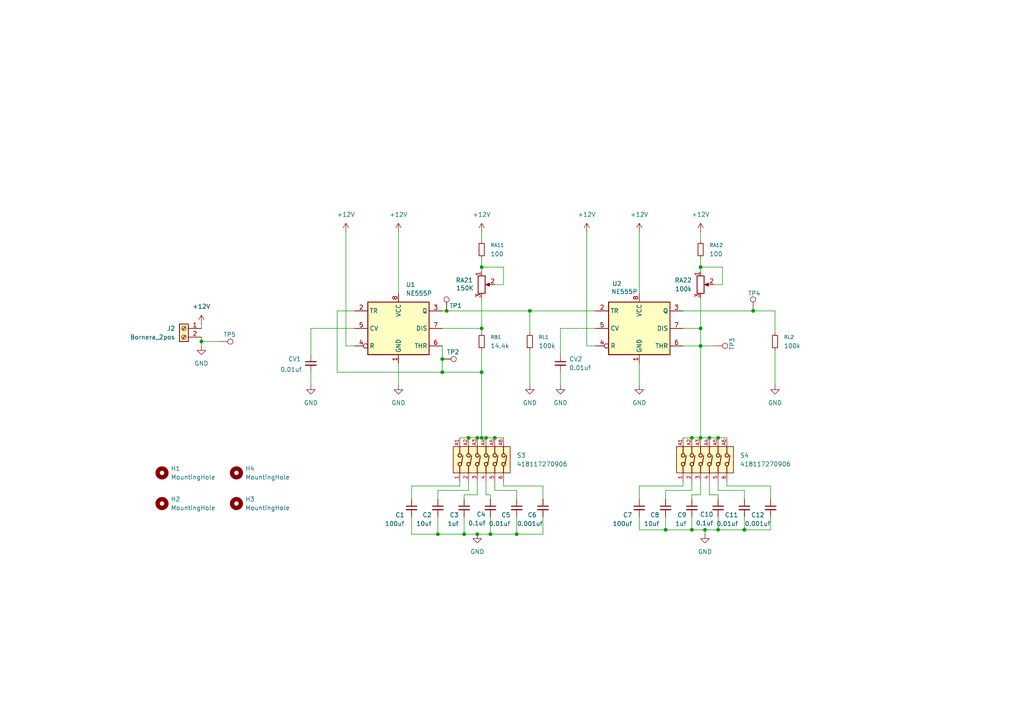
<source format=kicad_sch>
(kicad_sch (version 20250114) (generator "eeschema") (generator_version "9.0")
  (paper "A4")
  (lib_symbols
    (symbol "418117270906:418117270906" (pin_names (offset 1.016))
      (property "Reference" "S" (at -10.36 1.14 90))
      (property "Value" "418117270906" (at 9.525 -2.54 90))
      (symbol "418117270906_0_0"
        (rectangle (start -9.525 -2.54) (end 6.985 5.08) (stroke (width 0.2)) (fill (type background)))
        (polyline (pts (xy -7.62 5.08) (xy -7.62 3.075)) (stroke (width 0.254)))
        (circle (center -7.62 2.54) (radius 0.508) (stroke (width 0.254)))
        (circle (center -7.62 0) (radius 0.508) (stroke (width 0.254)))
        (polyline (pts (xy -7.62 -2.54) (xy -7.62 -0.535)) (stroke (width 0.254)))
        (polyline (pts (xy -7.12 -0.03) (xy -6.72 2.47)) (stroke (width 0.254)))
        (polyline (pts (xy -5.08 5.08) (xy -5.08 3.075)) (stroke (width 0.254)))
        (circle (center -5.08 2.54) (radius 0.508) (stroke (width 0.254)))
        (circle (center -5.08 0) (radius 0.508) (stroke (width 0.254)))
        (polyline (pts (xy -5.08 -2.54) (xy -5.08 -0.535)) (stroke (width 0.254)))
        (polyline (pts (xy -4.58 -0.03) (xy -4.18 2.47)) (stroke (width 0.254)))
        (polyline (pts (xy -2.54 5.08) (xy -2.54 3.075)) (stroke (width 0.254)))
        (circle (center -2.54 2.54) (radius 0.508) (stroke (width 0.254)))
        (circle (center -2.54 0) (radius 0.508) (stroke (width 0.254)))
        (polyline (pts (xy -2.54 -2.54) (xy -2.54 -0.535)) (stroke (width 0.254)))
        (polyline (pts (xy -2.04 -0.03) (xy -1.64 2.47)) (stroke (width 0.254)))
        (polyline (pts (xy 0 5.08) (xy 0 3.075)) (stroke (width 0.254)))
        (circle (center 0 2.54) (radius 0.508) (stroke (width 0.254)))
        (circle (center 0 0) (radius 0.508) (stroke (width 0.254)))
        (polyline (pts (xy 0 -2.54) (xy 0 -0.535)) (stroke (width 0.254)))
        (polyline (pts (xy 0.5 -0.03) (xy 0.9 2.47)) (stroke (width 0.254)))
        (polyline (pts (xy 2.54 5.08) (xy 2.54 3.075)) (stroke (width 0.254)))
        (circle (center 2.54 2.54) (radius 0.508) (stroke (width 0.254)))
        (circle (center 2.54 0) (radius 0.508) (stroke (width 0.254)))
        (polyline (pts (xy 2.54 -2.54) (xy 2.54 -0.535)) (stroke (width 0.254)))
        (polyline (pts (xy 3.04 -0.03) (xy 3.44 2.47)) (stroke (width 0.254)))
        (polyline (pts (xy 5.08 5.08) (xy 5.08 3.075)) (stroke (width 0.254)))
        (circle (center 5.08 2.54) (radius 0.508) (stroke (width 0.254)))
        (circle (center 5.08 0) (radius 0.508) (stroke (width 0.254)))
        (polyline (pts (xy 5.08 -2.54) (xy 5.08 -0.535)) (stroke (width 0.254)))
        (polyline (pts (xy 5.58 -0.03) (xy 5.98 2.47)) (stroke (width 0.254)))
        (pin passive line (at -7.62 7.62 270) (length 2.54) (name "~") (number "A1"))
        (pin passive line (at -7.62 -5.08 90) (length 2.54) (name "~") (number "1"))
        (pin passive line (at -5.08 7.62 270) (length 2.54) (name "~") (number "A2"))
        (pin passive line (at -5.08 -5.08 90) (length 2.54) (name "~") (number "2"))
        (pin passive line (at -2.54 7.62 270) (length 2.54) (name "~") (number "A3"))
        (pin passive line (at -2.54 -5.08 90) (length 2.54) (name "~") (number "3"))
        (pin passive line (at 0 7.62 270) (length 2.54) (name "~") (number "A4"))
        (pin passive line (at 0 -5.08 90) (length 2.54) (name "~") (number "4"))
        (pin passive line (at 2.54 7.62 270) (length 2.54) (name "~") (number "A5"))
        (pin passive line (at 2.54 -5.08 90) (length 2.54) (name "~") (number "5"))
        (pin passive line (at 5.08 7.62 270) (length 2.54) (name "~") (number "A6"))
        (pin passive line (at 5.08 -5.08 90) (length 2.54) (name "~") (number "6"))
      )
    )
    (symbol "Connector:Screw_Terminal_01x02" (pin_names (offset 1.016) (hide yes))
      (property "Reference" "J" (at 0 2.54 0))
      (property "Value" "Screw_Terminal_01x02" (at 0 -5.08 0))
      (symbol "Screw_Terminal_01x02_1_1"
        (rectangle (start -1.27 1.27) (end 1.27 -3.81) (stroke (width 0.254)) (fill (type background)))
        (polyline (pts (xy -0.5334 0.3302) (xy 0.3302 -0.508)) (stroke (width 0.1524)))
        (polyline (pts (xy -0.5334 -2.2098) (xy 0.3302 -3.048)) (stroke (width 0.1524)))
        (polyline (pts (xy -0.3556 0.508) (xy 0.508 -0.3302)) (stroke (width 0.1524)))
        (polyline (pts (xy -0.3556 -2.032) (xy 0.508 -2.8702)) (stroke (width 0.1524)))
        (circle (center 0 0) (radius 0.635) (stroke (width 0.1524)))
        (circle (center 0 -2.54) (radius 0.635) (stroke (width 0.1524)))
        (pin passive line (at -5.08 0 0) (length 3.81) (name "Pin_1") (number "1"))
        (pin passive line (at -5.08 -2.54 0) (length 3.81) (name "Pin_2") (number "2"))
      )
    )
    (symbol "Connector:TestPoint" (pin_numbers (hide yes)) (pin_names (offset 0.762) (hide yes))
      (property "Reference" "TP" (at 0 6.858 0))
      (property "Value" "TestPoint" (at 0 5.08 0))
      (symbol "TestPoint_0_1"
        (circle (center 0 3.302) (radius 0.762))
      )
      (symbol "TestPoint_1_1"
        (pin passive line (at 0 0 90) (length 2.54) (name "1") (number "1"))
      )
    )
    (symbol "Device:C_Small" (pin_numbers (hide yes)) (pin_names (offset 0.254) (hide yes))
      (property "Reference" "C" (at 0.254 1.778 0))
      (property "Value" "C_Small" (at 0.254 -2.032 0))
      (symbol "C_Small_0_1"
        (polyline (pts (xy -1.524 0.508) (xy 1.524 0.508)) (stroke (width 0.3048)))
        (polyline (pts (xy -1.524 -0.508) (xy 1.524 -0.508)) (stroke (width 0.3302)))
      )
      (symbol "C_Small_1_1"
        (pin passive line (at 0 2.54 270) (length 2.032) (name "~") (number "1"))
        (pin passive line (at 0 -2.54 90) (length 2.032) (name "~") (number "2"))
      )
    )
    (symbol "Device:R_Potentiometer" (pin_names (offset 1.016) (hide yes))
      (property "Reference" "RV" (at -4.445 0 90))
      (property "Value" "R_Potentiometer" (at -2.54 0 90))
      (symbol "R_Potentiometer_0_1"
        (rectangle (start 1.016 2.54) (end -1.016 -2.54) (stroke (width 0.254)))
        (polyline (pts (xy 1.143 0) (xy 2.286 0.508) (xy 2.286 -0.508) (xy 1.143 0)) (fill (type outline)))
        (polyline (pts (xy 2.54 0) (xy 1.524 0)))
      )
      (symbol "R_Potentiometer_1_1"
        (pin passive line (at 0 3.81 270) (length 1.27) (name "1") (number "1"))
        (pin passive line (at 0 -3.81 90) (length 1.27) (name "3") (number "3"))
        (pin passive line (at 3.81 0 180) (length 1.27) (name "2") (number "2"))
      )
    )
    (symbol "Device:R_Small" (pin_numbers (hide yes)) (pin_names (offset 0.254) (hide yes))
      (property "Reference" "R" (at 0 0 90))
      (property "Value" "R_Small" (at 1.778 0 90))
      (symbol "R_Small_0_1"
        (rectangle (start -0.762 1.778) (end 0.762 -1.778) (stroke (width 0.2032)))
      )
      (symbol "R_Small_1_1"
        (pin passive line (at 0 2.54 270) (length 0.762) (name "~") (number "1"))
        (pin passive line (at 0 -2.54 90) (length 0.762) (name "~") (number "2"))
      )
    )
    (symbol "Mechanical:MountingHole" (pin_names (offset 1.016)) (in_bom no)
      (property "Reference" "H" (at 0 5.08 0))
      (property "Value" "MountingHole" (at 0 3.175 0))
      (symbol "MountingHole_0_1"
        (circle (center 0 0) (radius 1.27) (stroke (width 1.27)))
      )
    )
    (symbol "Timer:NE555P"
      (property "Reference" "U" (at -10.16 8.89 0))
      (property "Value" "NE555P" (at 2.54 8.89 0))
      (symbol "NE555P_0_0"
        (pin power_in line (at 0 10.16 270) (length 2.54) (name "VCC") (number "8"))
        (pin power_in line (at 0 -10.16 90) (length 2.54) (name "GND") (number "1"))
      )
      (symbol "NE555P_0_1"
        (rectangle (start -8.89 -7.62) (end 8.89 7.62) (stroke (width 0.254)) (fill (type background)))
        (rectangle (start -8.89 -7.62) (end 8.89 7.62) (stroke (width 0.254)) (fill (type background)))
      )
      (symbol "NE555P_1_1"
        (pin input line (at -12.7 5.08 0) (length 3.81) (name "TR") (number "2"))
        (pin input line (at -12.7 0 0) (length 3.81) (name "CV") (number "5"))
        (pin input inverted (at -12.7 -5.08 0) (length 3.81) (name "R") (number "4"))
        (pin output line (at 12.7 5.08 180) (length 3.81) (name "Q") (number "3"))
        (pin input line (at 12.7 0 180) (length 3.81) (name "DIS") (number "7"))
        (pin input line (at 12.7 -5.08 180) (length 3.81) (name "THR") (number "6"))
      )
    )
    (symbol "power:+12V" (power) (pin_numbers (hide yes)) (pin_names (offset 0) (hide yes))
      (property "Value" "+12V" (at 0 3.556 0))
      (symbol "+12V_0_1"
        (polyline (pts (xy -0.762 1.27) (xy 0 2.54)))
        (polyline (pts (xy 0 2.54) (xy 0.762 1.27)))
        (polyline (pts (xy 0 0) (xy 0 2.54)))
      )
      (symbol "+12V_1_1"
        (pin power_in line (at 0 0 90) (length 0) (name "~") (number "1"))
      )
    )
    (symbol "power:GND" (power) (pin_numbers (hide yes)) (pin_names (offset 0) (hide yes))
      (property "Value" "GND" (at 0 -3.81 0))
      (symbol "GND_0_1"
        (polyline (pts (xy 0 0) (xy 0 -1.27) (xy 1.27 -1.27) (xy 0 -2.54) (xy -1.27 -1.27) (xy 0 -1.27)))
      )
      (symbol "GND_1_1"
        (pin power_in line (at 0 0 270) (length 0) (name "~") (number "1"))
      )
    )
  )
  (junction (at 139.7 95.25))
  (junction (at 140.97 127))
  (junction (at 143.51 127))
  (junction (at 135.89 127))
  (junction (at 203.2 127))
  (junction (at 129.54 90.17))
  (junction (at 128.27 107.95))
  (junction (at 153.67 90.17))
  (junction (at 128.27 104.14))
  (junction (at 149.86 154.94))
  (junction (at 200.66 127))
  (junction (at 138.43 154.94))
  (junction (at 203.2 100.33))
  (junction (at 134.62 154.94))
  (junction (at 58.42 99.06))
  (junction (at 142.24 154.94))
  (junction (at 205.74 127))
  (junction (at 193.04 153.67))
  (junction (at 218.44 90.17))
  (junction (at 139.7 77.47))
  (junction (at 203.2 95.25))
  (junction (at 200.66 153.67))
  (junction (at 139.7 107.95))
  (junction (at 208.28 127))
  (junction (at 138.43 127))
  (junction (at 127 154.94))
  (junction (at 203.2 77.47))
  (junction (at 215.9 153.67))
  (junction (at 208.28 153.67))
  (junction (at 139.7 127))
  (junction (at 204.47 153.67))
  (wire (pts (xy 58.42 97.79) (xy 58.42 99.06)))
  (wire (pts (xy 97.79 107.95) (xy 128.27 107.95)))
  (wire (pts (xy 134.62 143.51) (xy 138.43 143.51)))
  (wire (pts (xy 133.35 140.97) (xy 133.35 139.7)))
  (wire (pts (xy 139.7 77.47) (xy 139.7 78.74)))
  (wire (pts (xy 215.9 149.86) (xy 215.9 153.67)))
  (wire (pts (xy 153.67 101.6) (xy 153.67 111.76)))
  (wire (pts (xy 143.51 139.7) (xy 143.51 142.24)))
  (wire (pts (xy 134.62 149.86) (xy 134.62 154.94)))
  (wire (pts (xy 218.44 90.17) (xy 224.79 90.17)))
  (wire (pts (xy 134.62 144.78) (xy 134.62 143.51)))
  (wire (pts (xy 170.18 67.31) (xy 170.18 100.33)))
  (wire (pts (xy 185.42 140.97) (xy 198.12 140.97)))
  (wire (pts (xy 215.9 142.24) (xy 208.28 142.24)))
  (wire (pts (xy 185.42 111.76) (xy 185.42 105.41)))
  (wire (pts (xy 139.7 77.47) (xy 146.05 77.47)))
  (wire (pts (xy 138.43 143.51) (xy 138.43 139.7)))
  (wire (pts (xy 208.28 153.67) (xy 204.47 153.67)))
  (wire (pts (xy 102.87 95.25) (xy 90.17 95.25)))
  (wire (pts (xy 128.27 90.17) (xy 129.54 90.17)))
  (wire (pts (xy 209.55 77.47) (xy 203.2 77.47)))
  (wire (pts (xy 149.86 154.94) (xy 142.24 154.94)))
  (wire (pts (xy 185.42 149.86) (xy 185.42 153.67)))
  (wire (pts (xy 100.33 67.31) (xy 100.33 100.33)))
  (wire (pts (xy 208.28 139.7) (xy 208.28 142.24)))
  (wire (pts (xy 215.9 153.67) (xy 208.28 153.67)))
  (wire (pts (xy 149.86 142.24) (xy 143.51 142.24)))
  (wire (pts (xy 198.12 140.97) (xy 198.12 139.7)))
  (wire (pts (xy 200.66 127) (xy 203.2 127)))
  (wire (pts (xy 208.28 127) (xy 210.82 127)))
  (wire (pts (xy 223.52 149.86) (xy 223.52 153.67)))
  (wire (pts (xy 210.82 140.97) (xy 210.82 139.7)))
  (wire (pts (xy 153.67 90.17) (xy 153.67 96.52)))
  (wire (pts (xy 139.7 101.6) (xy 139.7 107.95)))
  (wire (pts (xy 208.28 143.51) (xy 205.74 143.51)))
  (wire (pts (xy 135.89 142.24) (xy 135.89 139.7)))
  (wire (pts (xy 90.17 107.95) (xy 90.17 111.76)))
  (wire (pts (xy 223.52 140.97) (xy 210.82 140.97)))
  (wire (pts (xy 128.27 95.25) (xy 139.7 95.25)))
  (wire (pts (xy 172.72 95.25) (xy 162.56 95.25)))
  (wire (pts (xy 157.48 154.94) (xy 149.86 154.94)))
  (wire (pts (xy 128.27 107.95) (xy 128.27 104.14)))
  (wire (pts (xy 185.42 153.67) (xy 193.04 153.67)))
  (wire (pts (xy 139.7 74.93) (xy 139.7 77.47)))
  (wire (pts (xy 162.56 95.25) (xy 162.56 102.87)))
  (wire (pts (xy 97.79 90.17) (xy 97.79 107.95)))
  (wire (pts (xy 198.12 100.33) (xy 203.2 100.33)))
  (wire (pts (xy 139.7 67.31) (xy 139.7 69.85)))
  (wire (pts (xy 200.66 143.51) (xy 203.2 143.51)))
  (wire (pts (xy 127 154.94) (xy 134.62 154.94)))
  (wire (pts (xy 193.04 142.24) (xy 200.66 142.24)))
  (wire (pts (xy 223.52 153.67) (xy 215.9 153.67)))
  (wire (pts (xy 203.2 74.93) (xy 203.2 77.47)))
  (wire (pts (xy 207.01 82.55) (xy 209.55 82.55)))
  (wire (pts (xy 198.12 90.17) (xy 218.44 90.17)))
  (wire (pts (xy 205.74 143.51) (xy 205.74 139.7)))
  (wire (pts (xy 119.38 140.97) (xy 133.35 140.97)))
  (wire (pts (xy 224.79 90.17) (xy 224.79 96.52)))
  (wire (pts (xy 203.2 143.51) (xy 203.2 139.7)))
  (wire (pts (xy 139.7 86.36) (xy 139.7 95.25)))
  (wire (pts (xy 128.27 107.95) (xy 139.7 107.95)))
  (wire (pts (xy 119.38 154.94) (xy 127 154.94)))
  (wire (pts (xy 198.12 95.25) (xy 203.2 95.25)))
  (wire (pts (xy 208.28 144.78) (xy 208.28 143.51)))
  (wire (pts (xy 209.55 82.55) (xy 209.55 77.47)))
  (wire (pts (xy 193.04 149.86) (xy 193.04 153.67)))
  (wire (pts (xy 142.24 143.51) (xy 140.97 143.51)))
  (wire (pts (xy 139.7 107.95) (xy 139.7 127)))
  (wire (pts (xy 170.18 100.33) (xy 172.72 100.33)))
  (wire (pts (xy 127 142.24) (xy 135.89 142.24)))
  (wire (pts (xy 142.24 154.94) (xy 138.43 154.94)))
  (wire (pts (xy 208.28 149.86) (xy 208.28 153.67)))
  (wire (pts (xy 119.38 144.78) (xy 119.38 140.97)))
  (wire (pts (xy 215.9 144.78) (xy 215.9 142.24)))
  (wire (pts (xy 185.42 67.31) (xy 185.42 85.09)))
  (wire (pts (xy 203.2 127) (xy 205.74 127)))
  (wire (pts (xy 198.12 127) (xy 200.66 127)))
  (wire (pts (xy 100.33 100.33) (xy 102.87 100.33)))
  (wire (pts (xy 200.66 149.86) (xy 200.66 153.67)))
  (wire (pts (xy 203.2 95.25) (xy 203.2 100.33)))
  (wire (pts (xy 139.7 95.25) (xy 139.7 96.52)))
  (wire (pts (xy 119.38 149.86) (xy 119.38 154.94)))
  (wire (pts (xy 157.48 149.86) (xy 157.48 154.94)))
  (wire (pts (xy 203.2 86.36) (xy 203.2 95.25)))
  (wire (pts (xy 224.79 101.6) (xy 224.79 111.76)))
  (wire (pts (xy 157.48 140.97) (xy 146.05 140.97)))
  (wire (pts (xy 134.62 154.94) (xy 138.43 154.94)))
  (wire (pts (xy 138.43 127) (xy 139.7 127)))
  (wire (pts (xy 157.48 144.78) (xy 157.48 140.97)))
  (wire (pts (xy 146.05 82.55) (xy 146.05 77.47)))
  (wire (pts (xy 185.42 144.78) (xy 185.42 140.97)))
  (wire (pts (xy 140.97 127) (xy 143.51 127)))
  (wire (pts (xy 203.2 100.33) (xy 203.2 127)))
  (wire (pts (xy 127 144.78) (xy 127 142.24)))
  (wire (pts (xy 193.04 153.67) (xy 200.66 153.67)))
  (wire (pts (xy 207.01 100.33) (xy 203.2 100.33)))
  (wire (pts (xy 149.86 144.78) (xy 149.86 142.24)))
  (wire (pts (xy 102.87 90.17) (xy 97.79 90.17)))
  (wire (pts (xy 200.66 144.78) (xy 200.66 143.51)))
  (wire (pts (xy 142.24 149.86) (xy 142.24 154.94)))
  (wire (pts (xy 223.52 144.78) (xy 223.52 140.97)))
  (wire (pts (xy 193.04 144.78) (xy 193.04 142.24)))
  (wire (pts (xy 139.7 127) (xy 140.97 127)))
  (wire (pts (xy 203.2 77.47) (xy 203.2 78.74)))
  (wire (pts (xy 135.89 127) (xy 138.43 127)))
  (wire (pts (xy 90.17 95.25) (xy 90.17 102.87)))
  (wire (pts (xy 146.05 140.97) (xy 146.05 139.7)))
  (wire (pts (xy 127 149.86) (xy 127 154.94)))
  (wire (pts (xy 133.35 127) (xy 135.89 127)))
  (wire (pts (xy 128.27 104.14) (xy 128.27 100.33)))
  (wire (pts (xy 140.97 143.51) (xy 140.97 139.7)))
  (wire (pts (xy 200.66 153.67) (xy 204.47 153.67)))
  (wire (pts (xy 203.2 67.31) (xy 203.2 69.85)))
  (wire (pts (xy 58.42 93.98) (xy 58.42 95.25)))
  (wire (pts (xy 162.56 107.95) (xy 162.56 111.76)))
  (wire (pts (xy 143.51 127) (xy 146.05 127)))
  (wire (pts (xy 115.57 111.76) (xy 115.57 105.41)))
  (wire (pts (xy 149.86 149.86) (xy 149.86 154.94)))
  (wire (pts (xy 115.57 67.31) (xy 115.57 85.09)))
  (wire (pts (xy 142.24 144.78) (xy 142.24 143.51)))
  (wire (pts (xy 58.42 99.06) (xy 58.42 100.33)))
  (wire (pts (xy 204.47 154.94) (xy 204.47 153.67)))
  (wire (pts (xy 63.5 99.06) (xy 58.42 99.06)))
  (wire (pts (xy 129.54 90.17) (xy 153.67 90.17)))
  (wire (pts (xy 200.66 142.24) (xy 200.66 139.7)))
  (wire (pts (xy 153.67 90.17) (xy 172.72 90.17)))
  (wire (pts (xy 143.51 82.55) (xy 146.05 82.55)))
  (wire (pts (xy 205.74 127) (xy 208.28 127)))
  (symbol (lib_id "Device:C_Small") (at 208.28 147.32 0) (mirror y) (unit 1)
    (property "Reference" "C10" (at 206.9316 149.1882 0) (effects (justify left)))
    (property "Value" "0.1uf" (at 206.9316 151.7282 0) (effects (justify left)))
    (property "Footprint" "Capacitor_THT:C_Radial_D5.0mm_H11.0mm_P2.00mm" (effects (hide yes)))
    (property "Description" "Unpolarized capacitor, small symbol" (effects (hide yes)))
  )
  (symbol (lib_id "Device:R_Potentiometer") (at 139.7 82.55 0) (unit 1)
    (property "Reference" "RA21" (at 137.16 81.2799 0) (effects (justify right)))
    (property "Value" "150K" (at 137.414 83.566 0) (effects (justify right)))
    (property "Footprint" "Potentiometer_THT:Potentiometer_Alps_RK163_Single_Horizontal" (effects (hide yes)))
    (property "Description" "Potentiometer" (effects (hide yes)))
  )
  (symbol (lib_id "power:GND") (at 185.42 111.76 0) (unit 1)
    (property "Reference" "#PWR02" (effects (hide yes)))
    (property "Value" "GND" (at 185.42 116.84 0))
    (property "Description" "Power symbol creates a global label with name \"GND\" , ground" (effects (hide yes)))
  )
  (symbol (lib_id "Device:C_Small") (at 193.04 147.32 0) (mirror y) (unit 1)
    (property "Reference" "C8" (at 191.262 149.352 0) (effects (justify left)))
    (property "Value" "10uf" (at 191.262 151.892 0) (effects (justify left)))
    (property "Footprint" "Capacitor_THT:C_Radial_D5.0mm_H11.0mm_P2.00mm" (effects (hide yes)))
    (property "Description" "Unpolarized capacitor, small symbol" (effects (hide yes)))
  )
  (symbol (lib_id "Device:C_Small") (at 90.17 105.41 0) (unit 1)
    (property "Reference" "CV1" (at 83.566 104.14 0) (effects (justify left)))
    (property "Value" "0.01uf" (at 81.28 107.188 0) (effects (justify left)))
    (property "Footprint" "Capacitor_THT:C_Radial_D5.0mm_H11.0mm_P2.00mm" (effects (hide yes)))
    (property "Description" "Unpolarized capacitor, small symbol" (effects (hide yes)))
  )
  (symbol (lib_id "power:+12V") (at 100.33 67.31 0) (unit 1)
    (property "Reference" "#PWR010" (effects (hide yes)))
    (property "Value" "+12V" (at 100.33 62.23 0))
    (property "Description" "Power symbol creates a global label with name \"+12V\"" (effects (hide yes)))
  )
  (symbol (lib_id "power:+12V") (at 115.57 67.31 0) (unit 1)
    (property "Reference" "#PWR05" (effects (hide yes)))
    (property "Value" "+12V" (at 115.57 62.23 0))
    (property "Description" "Power symbol creates a global label with name \"+12V\"" (effects (hide yes)))
  )
  (symbol (lib_id "power:GND") (at 204.47 154.94 0) (unit 1)
    (property "Reference" "#PWR015" (effects (hide yes)))
    (property "Value" "GND" (at 204.47 160.02 0))
    (property "Description" "Power symbol creates a global label with name \"GND\" , ground" (effects (hide yes)))
  )
  (symbol (lib_id "Device:C_Small") (at 215.9 147.32 0) (mirror y) (unit 1)
    (property "Reference" "C11" (at 214.122 149.352 0) (effects (justify left)))
    (property "Value" "0.01uf" (at 214.122 151.892 0) (effects (justify left)))
    (property "Footprint" "Capacitor_THT:C_Radial_D5.0mm_H11.0mm_P2.00mm" (effects (hide yes)))
    (property "Description" "Unpolarized capacitor, small symbol" (effects (hide yes)))
  )
  (symbol (lib_id "power:GND") (at 115.57 111.76 0) (unit 1)
    (property "Reference" "#PWR01" (effects (hide yes)))
    (property "Value" "GND" (at 115.57 116.84 0))
    (property "Description" "Power symbol creates a global label with name \"GND\" , ground" (effects (hide yes)))
  )
  (symbol (lib_id "power:+12V") (at 58.42 93.98 0) (unit 1)
    (property "Reference" "#PWR04" (effects (hide yes)))
    (property "Value" "+12V" (at 58.42 88.9 0))
    (property "Description" "Power symbol creates a global label with name \"+12V\"" (effects (hide yes)))
  )
  (symbol (lib_id "Mechanical:MountingHole") (at 68.58 137.16 0) (unit 1) (in_bom no)
    (property "Reference" "H4" (at 71.12 135.8899 0) (effects (justify left)))
    (property "Value" "MountingHole" (at 71.12 138.4299 0) (effects (justify left)))
    (property "Footprint" "MountingHole:MountingHole_2.2mm_M2_DIN965" (effects (hide yes)))
    (property "Description" "Mounting Hole without connection" (effects (hide yes)))
  )
  (symbol (lib_id "Device:R_Small") (at 153.67 99.06 0) (unit 1)
    (property "Reference" "RL1" (at 156.21 97.7899 0) (effects (font (size 1.016 1.016)) (justify left)))
    (property "Value" "100k" (at 156.21 100.3299 0) (effects (justify left)))
    (property "Footprint" "Resistor_THT:R_Axial_DIN0207_L6.3mm_D2.5mm_P10.16mm_Horizontal" (effects (hide yes)))
    (property "Description" "Resistor, small symbol" (effects (hide yes)))
  )
  (symbol (lib_id "Device:R_Small") (at 224.79 99.06 0) (unit 1)
    (property "Reference" "RL2" (at 227.33 97.7899 0) (effects (font (size 1.016 1.016)) (justify left)))
    (property "Value" "100k" (at 227.33 100.3299 0) (effects (justify left)))
    (property "Footprint" "Resistor_THT:R_Axial_DIN0207_L6.3mm_D2.5mm_P10.16mm_Horizontal" (effects (hide yes)))
    (property "Description" "Resistor, small symbol" (effects (hide yes)))
  )
  (symbol (lib_id "Device:R_Small") (at 203.2 72.39 0) (unit 1)
    (property "Reference" "RA12" (at 205.74 71.1199 0) (effects (font (size 1.016 1.016)) (justify left)))
    (property "Value" "100" (at 205.74 73.6599 0) (effects (justify left)))
    (property "Footprint" "Resistor_THT:R_Axial_DIN0207_L6.3mm_D2.5mm_P10.16mm_Horizontal" (effects (hide yes)))
    (property "Description" "Resistor, small symbol" (effects (hide yes)))
  )
  (symbol (lib_id "418117270906:418117270906") (at 140.97 134.62 0) (unit 1)
    (property "Reference" "S3" (at 149.86 132.0799 0) (effects (justify left)))
    (property "Value" "418117270906" (at 149.86 134.6199 0) (effects (justify left)))
    (property "Footprint" "418117270906:418117270906" (effects (hide yes)))
    (property "MF" "Würth Elektronik" (effects (hide yes)))
    (property "Description_1" "Dip Switch SPST 6 Position Through Hole Slide (Standard) Actuator 25mA 24VDC" (effects (hide yes)))
    (property "Package" "None" (effects (hide yes)))
    (property "Price" "None" (effects (hide yes)))
    (property "SnapEDA_Link" "https://www.snapeda.com/parts/418117270906/W%25C3%25BCrth+Elektronik+Midcom/view-part/?ref=snap" (effects (hide yes)))
    (property "MP" "418117270906" (effects (hide yes)))
    (property "Availability" "In Stock" (effects (hide yes)))
    (property "Check_prices" "https://www.snapeda.com/parts/418117270906/W%25C3%25BCrth+Elektronik+Midcom/view-part/?ref=eda" (effects (hide yes)))
  )
  (symbol (lib_id "Device:C_Small") (at 134.62 147.32 0) (mirror y) (unit 1)
    (property "Reference" "C3" (at 133.096 149.352 0) (effects (justify left)))
    (property "Value" "1uf" (at 133.096 151.892 0) (effects (justify left)))
    (property "Footprint" "Capacitor_THT:C_Radial_D5.0mm_H11.0mm_P2.00mm" (effects (hide yes)))
    (property "Description" "Unpolarized capacitor, small symbol" (effects (hide yes)))
  )
  (symbol (lib_id "Connector:Screw_Terminal_01x02") (at 53.34 95.25 0) (mirror y) (unit 1)
    (property "Reference" "J2" (at 50.8 95.2499 0) (effects (justify left)))
    (property "Value" "Bornera_2pos" (at 50.8 97.7899 0) (effects (justify left)))
    (property "Footprint" "TerminalBlock_MetzConnect:TerminalBlock_MetzConnect_Type011_RT05502HBLC_1x02_P5.00mm_Horizontal" (effects (hide yes)))
    (property "Description" "Generic screw terminal, single row, 01x02, script generated (kicad-library-utils/schlib/autogen/connector/)" (effects (hide yes)))
  )
  (symbol (lib_id "Timer:NE555P") (at 115.57 95.25 0) (unit 1)
    (property "Reference" "U1" (at 117.7133 82.55 0) (effects (justify left)))
    (property "Value" "NE555P" (at 117.7133 85.09 0) (effects (justify left)))
    (property "Footprint" "Package_DIP:DIP-8_W7.62mm" (effects (hide yes)))
    (property "Datasheet" "http://www.ti.com/lit/ds/symlink/ne555.pdf" (effects (hide yes)))
    (property "Description" "Precision Timers, 555 compatible,  PDIP-8" (effects (hide yes)))
  )
  (symbol (lib_id "Connector:TestPoint") (at 128.27 104.14 270) (unit 1) (in_bom no)
    (property "Reference" "TP2" (at 129.54 102.108 90) (effects (justify left)))
    (property "Value" "TestPoint" (effects (hide yes)))
    (property "Footprint" "TestPoint:TestPoint_THTPad_D1.0mm_Drill0.5mm" (effects (hide yes)))
    (property "Description" "test point" (effects (hide yes)))
  )
  (symbol (lib_id "Device:R_Small") (at 139.7 99.06 0) (unit 1)
    (property "Reference" "RB1" (at 142.24 97.7899 0) (effects (font (size 1.016 1.016)) (justify left)))
    (property "Value" "14.4k" (at 142.24 100.3299 0) (effects (justify left)))
    (property "Footprint" "Resistor_THT:R_Axial_DIN0207_L6.3mm_D2.5mm_P10.16mm_Horizontal" (effects (hide yes)))
    (property "Description" "Resistor, small symbol" (effects (hide yes)))
  )
  (symbol (lib_id "Device:C_Small") (at 185.42 147.32 0) (mirror y) (unit 1)
    (property "Reference" "C7" (at 183.388 149.352 0) (effects (justify left)))
    (property "Value" "100uf" (at 183.388 151.892 0) (effects (justify left)))
    (property "Footprint" "Capacitor_THT:C_Radial_D5.0mm_H11.0mm_P2.00mm" (effects (hide yes)))
    (property "Description" "Unpolarized capacitor, small symbol" (effects (hide yes)))
  )
  (symbol (lib_id "Device:C_Small") (at 157.48 147.32 0) (mirror y) (unit 1)
    (property "Reference" "C6" (at 155.702 149.352 0) (effects (justify left)))
    (property "Value" "0.001uf" (at 157.48 151.892 0) (effects (justify left)))
    (property "Footprint" "Capacitor_THT:C_Radial_D5.0mm_H11.0mm_P2.00mm" (effects (hide yes)))
    (property "Description" "Unpolarized capacitor, small symbol" (effects (hide yes)))
  )
  (symbol (lib_id "Connector:TestPoint") (at 129.54 90.17 0) (unit 1) (in_bom no)
    (property "Reference" "TP1" (at 130.302 88.646 0) (effects (justify left)))
    (property "Value" "TestPoint" (effects (hide yes)))
    (property "Footprint" "TestPoint:TestPoint_THTPad_D1.0mm_Drill0.5mm" (effects (hide yes)))
    (property "Description" "test point" (effects (hide yes)))
  )
  (symbol (lib_id "power:+12V") (at 170.18 67.31 0) (unit 1)
    (property "Reference" "#PWR014" (effects (hide yes)))
    (property "Value" "+12V" (at 170.18 62.23 0))
    (property "Description" "Power symbol creates a global label with name \"+12V\"" (effects (hide yes)))
  )
  (symbol (lib_id "power:+12V") (at 139.7 67.31 0) (unit 1)
    (property "Reference" "#PWR09" (effects (hide yes)))
    (property "Value" "+12V" (at 139.7 62.23 0))
    (property "Description" "Power symbol creates a global label with name \"+12V\"" (effects (hide yes)))
  )
  (symbol (lib_id "Mechanical:MountingHole") (at 46.99 137.16 0) (unit 1) (in_bom no)
    (property "Reference" "H1" (at 49.53 135.8899 0) (effects (justify left)))
    (property "Value" "MountingHole" (at 49.53 138.4299 0) (effects (justify left)))
    (property "Footprint" "MountingHole:MountingHole_2.2mm_M2_DIN965" (effects (hide yes)))
    (property "Description" "Mounting Hole without connection" (effects (hide yes)))
  )
  (symbol (lib_id "power:GND") (at 58.42 100.33 0) (unit 1)
    (property "Reference" "#PWR03" (effects (hide yes)))
    (property "Value" "GND" (at 58.42 105.41 0))
    (property "Description" "Power symbol creates a global label with name \"GND\" , ground" (effects (hide yes)))
  )
  (symbol (lib_id "Device:C_Small") (at 223.52 147.32 0) (mirror y) (unit 1)
    (property "Reference" "C12" (at 221.742 149.352 0) (effects (justify left)))
    (property "Value" "0.001uf" (at 223.52 151.892 0) (effects (justify left)))
    (property "Footprint" "Capacitor_THT:C_Radial_D5.0mm_H11.0mm_P2.00mm" (effects (hide yes)))
    (property "Description" "Unpolarized capacitor, small symbol" (effects (hide yes)))
  )
  (symbol (lib_id "Mechanical:MountingHole") (at 68.58 146.05 0) (unit 1) (in_bom no)
    (property "Reference" "H3" (at 71.12 144.7799 0) (effects (justify left)))
    (property "Value" "MountingHole" (at 71.12 147.3199 0) (effects (justify left)))
    (property "Footprint" "MountingHole:MountingHole_2.2mm_M2_DIN965" (effects (hide yes)))
    (property "Description" "Mounting Hole without connection" (effects (hide yes)))
  )
  (symbol (lib_id "418117270906:418117270906") (at 205.74 134.62 0) (unit 1)
    (property "Reference" "S4" (at 214.63 132.0799 0) (effects (justify left)))
    (property "Value" "418117270906" (at 214.63 134.6199 0) (effects (justify left)))
    (property "Footprint" "418117270906:418117270906" (effects (hide yes)))
    (property "MF" "Würth Elektronik" (effects (hide yes)))
    (property "Description_1" "Dip Switch SPST 6 Position Through Hole Slide (Standard) Actuator 25mA 24VDC" (effects (hide yes)))
    (property "Package" "None" (effects (hide yes)))
    (property "Price" "None" (effects (hide yes)))
    (property "SnapEDA_Link" "https://www.snapeda.com/parts/418117270906/W%25C3%25BCrth+Elektronik+Midcom/view-part/?ref=snap" (effects (hide yes)))
    (property "MP" "418117270906" (effects (hide yes)))
    (property "Availability" "In Stock" (effects (hide yes)))
    (property "Check_prices" "https://www.snapeda.com/parts/418117270906/W%25C3%25BCrth+Elektronik+Midcom/view-part/?ref=eda" (effects (hide yes)))
  )
  (symbol (lib_id "Mechanical:MountingHole") (at 46.99 146.05 0) (unit 1) (in_bom no)
    (property "Reference" "H2" (at 49.53 144.7799 0) (effects (justify left)))
    (property "Value" "MountingHole" (at 49.53 147.3199 0) (effects (justify left)))
    (property "Footprint" "MountingHole:MountingHole_2.2mm_M2_DIN965" (effects (hide yes)))
    (property "Description" "Mounting Hole without connection" (effects (hide yes)))
  )
  (symbol (lib_id "Device:C_Small") (at 149.86 147.32 0) (mirror y) (unit 1)
    (property "Reference" "C5" (at 148.082 149.352 0) (effects (justify left)))
    (property "Value" "0.01uf" (at 148.082 151.892 0) (effects (justify left)))
    (property "Footprint" "Capacitor_THT:C_Radial_D5.0mm_H11.0mm_P2.00mm" (effects (hide yes)))
    (property "Description" "Unpolarized capacitor, small symbol" (effects (hide yes)))
  )
  (symbol (lib_id "Timer:NE555P") (at 185.42 95.25 0) (unit 1)
    (property "Reference" "U2" (at 177.546 82.296 0) (effects (justify left)))
    (property "Value" "NE555P" (at 177.292 84.582 0) (effects (justify left)))
    (property "Footprint" "Package_DIP:DIP-8_W7.62mm" (effects (hide yes)))
    (property "Datasheet" "http://www.ti.com/lit/ds/symlink/ne555.pdf" (effects (hide yes)))
    (property "Description" "Precision Timers, 555 compatible,  PDIP-8" (effects (hide yes)))
  )
  (symbol (lib_id "Device:C_Small") (at 142.24 147.32 0) (mirror y) (unit 1)
    (property "Reference" "C4" (at 140.8916 149.1882 0) (effects (justify left)))
    (property "Value" "0.1uf" (at 140.8916 151.7282 0) (effects (justify left)))
    (property "Footprint" "Capacitor_THT:C_Radial_D5.0mm_H11.0mm_P2.00mm" (effects (hide yes)))
    (property "Description" "Unpolarized capacitor, small symbol" (effects (hide yes)))
  )
  (symbol (lib_id "Connector:TestPoint") (at 207.01 100.33 270) (unit 1) (in_bom no)
    (property "Reference" "TP3" (at 212.344 101.6 0) (effects (justify right)))
    (property "Value" "TestPoint" (effects (hide yes)))
    (property "Footprint" "TestPoint:TestPoint_THTPad_D1.0mm_Drill0.5mm" (effects (hide yes)))
    (property "Description" "test point" (effects (hide yes)))
  )
  (symbol (lib_id "Device:C_Small") (at 127 147.32 0) (mirror y) (unit 1)
    (property "Reference" "C2" (at 125.222 149.352 0) (effects (justify left)))
    (property "Value" "10uf" (at 125.222 151.892 0) (effects (justify left)))
    (property "Footprint" "Capacitor_THT:C_Radial_D5.0mm_H11.0mm_P2.00mm" (effects (hide yes)))
    (property "Description" "Unpolarized capacitor, small symbol" (effects (hide yes)))
  )
  (symbol (lib_id "power:GND") (at 138.43 154.94 0) (unit 1)
    (property "Reference" "#PWR016" (effects (hide yes)))
    (property "Value" "GND" (at 138.43 160.02 0))
    (property "Description" "Power symbol creates a global label with name \"GND\" , ground" (effects (hide yes)))
  )
  (symbol (lib_id "Connector:TestPoint") (at 63.5 99.06 270) (unit 1) (in_bom no)
    (property "Reference" "TP5" (at 64.77 97.028 90) (effects (justify left)))
    (property "Value" "TestPoint" (effects (hide yes)))
    (property "Footprint" "TestPoint:TestPoint_THTPad_D1.0mm_Drill0.5mm" (effects (hide yes)))
    (property "Description" "test point" (effects (hide yes)))
  )
  (symbol (lib_id "Device:C_Small") (at 162.56 105.41 0) (unit 1)
    (property "Reference" "CV2" (at 165.1 104.1462 0) (effects (justify left)))
    (property "Value" "0.01uf" (at 165.1 106.6862 0) (effects (justify left)))
    (property "Footprint" "Capacitor_THT:C_Radial_D5.0mm_H11.0mm_P2.00mm" (effects (hide yes)))
    (property "Description" "Unpolarized capacitor, small symbol" (effects (hide yes)))
  )
  (symbol (lib_id "power:GND") (at 153.67 111.76 0) (unit 1)
    (property "Reference" "#PWR011" (effects (hide yes)))
    (property "Value" "GND" (at 153.67 116.84 0))
    (property "Description" "Power symbol creates a global label with name \"GND\" , ground" (effects (hide yes)))
  )
  (symbol (lib_id "power:+12V") (at 185.42 67.31 0) (unit 1)
    (property "Reference" "#PWR06" (effects (hide yes)))
    (property "Value" "+12V" (at 185.42 62.23 0))
    (property "Description" "Power symbol creates a global label with name \"+12V\"" (effects (hide yes)))
  )
  (symbol (lib_id "Device:R_Small") (at 139.7 72.39 0) (unit 1)
    (property "Reference" "RA11" (at 142.24 71.1199 0) (effects (font (size 1.016 1.016)) (justify left)))
    (property "Value" "100" (at 142.24 73.6599 0) (effects (justify left)))
    (property "Footprint" "Resistor_THT:R_Axial_DIN0207_L6.3mm_D2.5mm_P10.16mm_Horizontal" (effects (hide yes)))
    (property "Description" "Resistor, small symbol" (effects (hide yes)))
  )
  (symbol (lib_id "Device:C_Small") (at 119.38 147.32 0) (mirror y) (unit 1)
    (property "Reference" "C1" (at 117.348 149.352 0) (effects (justify left)))
    (property "Value" "100uf" (at 117.348 151.892 0) (effects (justify left)))
    (property "Footprint" "Capacitor_THT:C_Radial_D5.0mm_H11.0mm_P2.00mm" (effects (hide yes)))
    (property "Description" "Unpolarized capacitor, small symbol" (effects (hide yes)))
  )
  (symbol (lib_id "Device:C_Small") (at 200.66 147.32 0) (mirror y) (unit 1)
    (property "Reference" "C9" (at 199.136 149.352 0) (effects (justify left)))
    (property "Value" "1uf" (at 199.136 151.892 0) (effects (justify left)))
    (property "Footprint" "Capacitor_THT:C_Radial_D5.0mm_H11.0mm_P2.00mm" (effects (hide yes)))
    (property "Description" "Unpolarized capacitor, small symbol" (effects (hide yes)))
  )
  (symbol (lib_id "power:GND") (at 162.56 111.76 0) (unit 1)
    (property "Reference" "#PWR08" (effects (hide yes)))
    (property "Value" "GND" (at 162.56 116.84 0))
    (property "Description" "Power symbol creates a global label with name \"GND\" , ground" (effects (hide yes)))
  )
  (symbol (lib_id "Device:R_Potentiometer") (at 203.2 82.55 0) (unit 1)
    (property "Reference" "RA22" (at 200.66 81.2799 0) (effects (justify right)))
    (property "Value" "100k" (at 200.66 83.8199 0) (effects (justify right)))
    (property "Footprint" "Potentiometer_THT:Potentiometer_Alps_RK163_Single_Horizontal" (effects (hide yes)))
    (property "Description" "Potentiometer" (effects (hide yes)))
  )
  (symbol (lib_id "power:GND") (at 224.79 111.76 0) (unit 1)
    (property "Reference" "#PWR012" (effects (hide yes)))
    (property "Value" "GND" (at 224.79 116.84 0))
    (property "Description" "Power symbol creates a global label with name \"GND\" , ground" (effects (hide yes)))
  )
  (symbol (lib_id "power:GND") (at 90.17 111.76 0) (unit 1)
    (property "Reference" "#PWR07" (effects (hide yes)))
    (property "Value" "GND" (at 90.17 116.84 0))
    (property "Description" "Power symbol creates a global label with name \"GND\" , ground" (effects (hide yes)))
  )
  (symbol (lib_id "Connector:TestPoint") (at 218.44 90.17 0) (unit 1) (in_bom no)
    (property "Reference" "TP4" (at 216.916 85.09 0) (effects (justify left)))
    (property "Value" "TestPoint" (effects (hide yes)))
    (property "Footprint" "TestPoint:TestPoint_THTPad_D1.0mm_Drill0.5mm" (effects (hide yes)))
    (property "Description" "test point" (effects (hide yes)))
  )
  (symbol (lib_id "power:+12V") (at 203.2 67.31 0) (unit 1)
    (property "Reference" "#PWR013" (effects (hide yes)))
    (property "Value" "+12V" (at 203.2 62.23 0))
    (property "Description" "Power symbol creates a global label with name \"+12V\"" (effects (hide yes)))
  )
)
</source>
